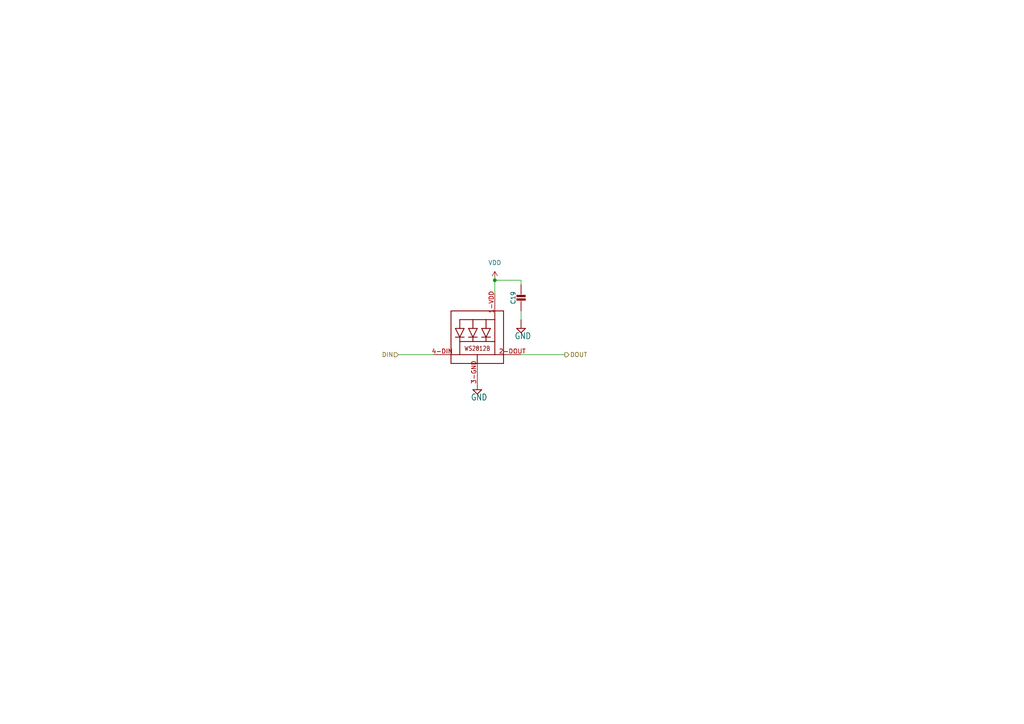
<source format=kicad_sch>
(kicad_sch (version 20231120) (generator "eeschema") (generator_version "8.0")
  (paper "A4")
  (lib_symbols
    (symbol "Adafruit_NeoMatrix_8x8 v2-eagle-import:CAP_CERAMIC0805-NOOUTLINE"
      (property "Reference" "C" (at -2.29 1.25 90))
      (symbol "CAP_CERAMIC0805-NOOUTLINE_1_0"
        (rectangle (start -1.27 0.508) (end 1.27 1.016) (fill (type outline)))
        (rectangle (start -1.27 1.524) (end 1.27 2.032) (fill (type outline)))
        (polyline (pts (xy 0 0.762) (xy 0 0)) (stroke (width 0.1524)))
        (polyline (pts (xy 0 2.54) (xy 0 1.778)) (stroke (width 0.1524)))
        (pin passive line (at 0 5.08 270) (length 2.54) (name "1") (number "1"))
        (pin passive line (at 0 -2.54 90) (length 2.54) (name "2") (number "2"))
      )
    )
    (symbol "Adafruit_NeoMatrix_8x8 v2-eagle-import:GND" (power)
      (symbol "GND_1_0"
        (polyline (pts (xy -1.27 0) (xy 1.27 0)) (stroke (width 0.254)))
        (polyline (pts (xy 0 -1.27) (xy -1.27 0)) (stroke (width 0.254)))
        (polyline (pts (xy 1.27 0) (xy 0 -1.27)) (stroke (width 0.254)))
        (pin power_in line (at 0 2.54 270) (length 2.54) (name "GND") (number "1"))
      )
    )
    (symbol "Adafruit_NeoMatrix_8x8 v2-eagle-import:WS2812B5050"
      (symbol "WS2812B5050_1_0"
        (polyline (pts (xy -7.62 -5.08) (xy 0 -5.08)) (stroke (width 0.254)))
        (polyline (pts (xy -7.62 -2.54) (xy -7.62 -5.08)) (stroke (width 0.254)))
        (polyline (pts (xy -7.62 10.16) (xy -7.62 -2.54)) (stroke (width 0.254)))
        (polyline (pts (xy -6.35 2.54) (xy -5.08 2.54)) (stroke (width 0.254)))
        (polyline (pts (xy -6.35 5.08) (xy -5.08 5.08)) (stroke (width 0.254)))
        (polyline (pts (xy -5.08 -2.54) (xy -7.62 -2.54)) (stroke (width 0.254)))
        (polyline (pts (xy -5.08 -2.54) (xy 0 -2.54)) (stroke (width 0.254)))
        (polyline (pts (xy -5.08 1.27) (xy -5.08 -2.54)) (stroke (width 0.254)))
        (polyline (pts (xy -5.08 2.54) (xy -6.35 5.08)) (stroke (width 0.254)))
        (polyline (pts (xy -5.08 2.54) (xy -5.08 1.27)) (stroke (width 0.254)))
        (polyline (pts (xy -5.08 2.54) (xy -3.81 5.08)) (stroke (width 0.254)))
        (polyline (pts (xy -5.08 5.08) (xy -3.81 5.08)) (stroke (width 0.254)))
        (polyline (pts (xy -5.08 7.62) (xy -5.08 5.08)) (stroke (width 0.254)))
        (polyline (pts (xy -3.81 2.54) (xy -5.08 2.54)) (stroke (width 0.254)))
        (polyline (pts (xy -2.54 2.54) (xy -1.27 2.54)) (stroke (width 0.254)))
        (polyline (pts (xy -2.54 5.08) (xy 0 5.08)) (stroke (width 0.254)))
        (polyline (pts (xy -1.27 1.27) (xy -5.08 1.27)) (stroke (width 0.254)))
        (polyline (pts (xy -1.27 2.54) (xy -2.54 5.08)) (stroke (width 0.254)))
        (polyline (pts (xy -1.27 2.54) (xy -1.27 1.27)) (stroke (width 0.254)))
        (polyline (pts (xy -1.27 2.54) (xy 0 2.54)) (stroke (width 0.254)))
        (polyline (pts (xy -1.27 5.08) (xy -1.27 7.62)) (stroke (width 0.254)))
        (polyline (pts (xy -1.27 7.62) (xy -5.08 7.62)) (stroke (width 0.254)))
        (polyline (pts (xy 0 -5.08) (xy 7.62 -5.08)) (stroke (width 0.254)))
        (polyline (pts (xy 0 -2.54) (xy 0 -5.08)) (stroke (width 0.254)))
        (polyline (pts (xy 0 -2.54) (xy 5.08 -2.54)) (stroke (width 0.254)))
        (polyline (pts (xy 0 5.08) (xy -1.27 2.54)) (stroke (width 0.254)))
        (polyline (pts (xy 1.27 5.08) (xy 2.54 2.54)) (stroke (width 0.254)))
        (polyline (pts (xy 1.27 5.08) (xy 2.54 5.08)) (stroke (width 0.254)))
        (polyline (pts (xy 2.54 1.27) (xy -1.27 1.27)) (stroke (width 0.254)))
        (polyline (pts (xy 2.54 2.54) (xy 1.27 2.54)) (stroke (width 0.254)))
        (polyline (pts (xy 2.54 2.54) (xy 2.54 1.27)) (stroke (width 0.254)))
        (polyline (pts (xy 2.54 2.54) (xy 3.81 2.54)) (stroke (width 0.254)))
        (polyline (pts (xy 2.54 2.54) (xy 3.81 5.08)) (stroke (width 0.254)))
        (polyline (pts (xy 2.54 5.08) (xy 2.54 7.62)) (stroke (width 0.254)))
        (polyline (pts (xy 2.54 7.62) (xy -1.27 7.62)) (stroke (width 0.254)))
        (polyline (pts (xy 2.54 7.62) (xy 5.08 7.62)) (stroke (width 0.254)))
        (polyline (pts (xy 3.81 5.08) (xy 2.54 5.08)) (stroke (width 0.254)))
        (polyline (pts (xy 5.08 -2.54) (xy 5.08 1.27)) (stroke (width 0.254)))
        (polyline (pts (xy 5.08 -2.54) (xy 7.62 -2.54)) (stroke (width 0.254)))
        (polyline (pts (xy 5.08 1.27) (xy 2.54 1.27)) (stroke (width 0.254)))
        (polyline (pts (xy 5.08 7.62) (xy 5.08 1.27)) (stroke (width 0.254)))
        (polyline (pts (xy 5.08 10.16) (xy -7.62 10.16)) (stroke (width 0.254)))
        (polyline (pts (xy 5.08 10.16) (xy 5.08 7.62)) (stroke (width 0.254)))
        (polyline (pts (xy 7.62 -5.08) (xy 7.62 -2.54)) (stroke (width 0.254)))
        (polyline (pts (xy 7.62 -2.54) (xy 7.62 10.16)) (stroke (width 0.254)))
        (polyline (pts (xy 7.62 10.16) (xy 5.08 10.16)) (stroke (width 0.254)))
        (text "WS2812B" (at 3.81 0 0) (effects (font (size 1.27 1.0795)) (justify right top)))
        (pin power_in line (at 5.08 15.24 270) (length 5.08) (name "VDD") (number "1-VDD"))
        (pin output line (at 12.7 -2.54 180) (length 5.08) (name "DO") (number "2-DOUT"))
        (pin power_in line (at 0 -10.16 90) (length 5.08) (name "GND") (number "3-GND"))
        (pin input line (at -12.7 -2.54 0) (length 5.08) (name "DI") (number "4-DIN"))
      )
    )
    (symbol "power:VDD" (power) (pin_numbers hide) (pin_names (offset 0) hide)
      (property "Value" "VDD" (at 0 3.556 0))
      (symbol "VDD_0_1"
        (polyline (pts (xy -0.762 1.27) (xy 0 2.54)))
        (polyline (pts (xy 0 0) (xy 0 2.54)))
        (polyline (pts (xy 0 2.54) (xy 0.762 1.27)))
      )
      (symbol "VDD_1_1"
        (pin power_in line (at 0 0 90) (length 0) (name "~") (number "1"))
      )
    )
  )
  (junction (at 143.51 81.28))
  (wire (pts (xy 151.13 82.55) (xy 151.13 81.28)))
  (wire (pts (xy 143.51 85.09) (xy 143.51 81.28)))
  (wire (pts (xy 151.13 102.87) (xy 163.83 102.87)) (stroke (width 0.1524)))
  (wire (pts (xy 151.13 81.28) (xy 143.51 81.28)))
  (wire (pts (xy 115.57 102.87) (xy 125.73 102.87)))
  (wire (pts (xy 151.13 90.17) (xy 151.13 92.71)))
  (hierarchical_label "DOUT" (shape output) (at 163.83 102.87 0))
  (hierarchical_label "DIN" (shape input) (at 115.57 102.87 180))
  (symbol (lib_id "Adafruit_NeoMatrix_8x8 v2-eagle-import:GND") (at 151.13 95.25 0) (unit 1)
    (property "Reference" "#SUPPLY038" (effects (hide yes)))
    (property "Value" "GND" (at 149.225 98.425 0) (effects (font (size 1.778 1.5113)) (justify left bottom)))
    (instances (project "NeoMatrix_8x8 v2" (path "" (reference "#SUPPLY038") (unit 1)) (path "" (reference "#SUPPLY040") (unit 1)) (path "" (reference "#SUPPLY090") (unit 1)) (path "" (reference "#SUPPLY072") (unit 1)) (path "" (reference "#SUPPLY092") (unit 1)) (path "" (reference "#SUPPLY031") (unit 1)) (path "" (reference "#SUPPLY0126") (unit 1)) (path "" (reference "#SUPPLY094") (unit 1)) (path "" (reference "#SUPPLY025") (unit 1)) (path "" (reference "#SUPPLY086") (unit 1)) (path "" (reference "#SUPPLY056") (unit 1)) (path "" (reference "#SUPPLY0114") (unit 1)) (path "" (reference "#SUPPLY027") (unit 1)) (path "" (reference "#SUPPLY0130") (unit 1)) (path "" (reference "#SUPPLY012") (unit 1)) (path "" (reference "#SUPPLY023") (unit 1)) (path "" (reference "#SUPPLY098") (unit 1)) (path "" (reference "#SUPPLY0108") (unit 1)) (path "" (reference "#SUPPLY084") (unit 1)) (path "" (reference "#SUPPLY04") (unit 1)) (path "" (reference "#SUPPLY0104") (unit 1)) (path "" (reference "#SUPPLY060") (unit 1)) (path "" (reference "#SUPPLY070") (unit 1)) (path "" (reference "#SUPPLY019") (unit 1)) (path "" (reference "#SUPPLY0124") (unit 1)) (path "" (reference "#SUPPLY082") (unit 1)) (path "" (reference "#SUPPLY0120") (unit 1)) (path "" (reference "#SUPPLY032") (unit 1)) (path "" (reference "#SUPPLY096") (unit 1)) (path "" (reference "#SUPPLY066") (unit 1)) (path "" (reference "#SUPPLY036") (unit 1)) (path "" (reference "#SUPPLY014") (unit 1)) (path "" (reference "#SUPPLY052") (unit 1)) (path "" (reference "#SUPPLY062") (unit 1)) (path "" (reference "#SUPPLY021") (unit 1)) (path "" (reference "#SUPPLY06") (unit 1)) (path "" (reference "#SUPPLY0116") (unit 1)) (path "" (reference "#SUPPLY080") (unit 1)) (path "" (reference "#SUPPLY068") (unit 1)) (path "" (reference "#SUPPLY088") (unit 1)) (path "" (reference "#SUPPLY074") (unit 1)) (path "" (reference "#SUPPLY0102") (unit 1)) (path "" (reference "#SUPPLY010") (unit 1)) (path "" (reference "#SUPPLY029") (unit 1)) (path "" (reference "#SUPPLY034") (unit 1)) (path "" (reference "#SUPPLY0112") (unit 1)) (path "" (reference "#SUPPLY08") (unit 1)) (path "" (reference "#SUPPLY0106") (unit 1)) (path "" (reference "#SUPPLY054") (unit 1)) (path "" (reference "#SUPPLY046") (unit 1)) (path "" (reference "#SUPPLY017") (unit 1)) (path "" (reference "#SUPPLY058") (unit 1)) (path "" (reference "#SUPPLY078") (unit 1)) (path "" (reference "#SUPPLY064") (unit 1)) (path "" (reference "#SUPPLY076") (unit 1)) (path "" (reference "#SUPPLY0110") (unit 1)) (path "" (reference "#SUPPLY048") (unit 1)) (path "" (reference "#SUPPLY02") (unit 1)) (path "" (reference "#SUPPLY0100") (unit 1)) (path "" (reference "#SUPPLY044") (unit 1)) (path "" (reference "#SUPPLY0122") (unit 1)) (path "" (reference "#SUPPLY042") (unit 1)) (path "" (reference "#SUPPLY050") (unit 1)) (path "" (reference "#SUPPLY0118") (unit 1))))
  )
  (symbol (lib_id "Adafruit_NeoMatrix_8x8 v2-eagle-import:WS2812B5050") (at 138.43 100.33 0) (unit 1)
    (property "Reference" "LED19" (effects (hide yes)))
    (property "Value" "WS2812B5050" (effects (hide yes)))
    (property "Footprint" "Adafruit_NeoMatrix_8x8 v2:WS2812B" (effects (hide yes)))
    (instances (project "NeoMatrix_8x8 v2" (path "" (reference "LED19") (unit 1)) (path "" (reference "LED20") (unit 1)) (path "" (reference "LED45") (unit 1)) (path "" (reference "LED36") (unit 1)) (path "" (reference "LED46") (unit 1)) (path "" (reference "LED1") (unit 1)) (path "" (reference "LED63") (unit 1)) (path "" (reference "LED47") (unit 1)) (path "" (reference "LED13") (unit 1)) (path "" (reference "LED43") (unit 1)) (path "" (reference "LED28") (unit 1)) (path "" (reference "LED57") (unit 1)) (path "" (reference "LED14") (unit 1)) (path "" (reference "LED64") (unit 1)) (path "" (reference "LED7") (unit 1)) (path "" (reference "LED12") (unit 1)) (path "" (reference "LED49") (unit 1)) (path "" (reference "LED54") (unit 1)) (path "" (reference "LED42") (unit 1)) (path "" (reference "LED3") (unit 1)) (path "" (reference "LED52") (unit 1)) (path "" (reference "LED30") (unit 1)) (path "" (reference "LED35") (unit 1)) (path "" (reference "LED10") (unit 1)) (path "" (reference "LED62") (unit 1)) (path "" (reference "LED41") (unit 1)) (path "" (reference "LED60") (unit 1)) (path "" (reference "LED16") (unit 1)) (path "" (reference "LED48") (unit 1)) (path "" (reference "LED33") (unit 1)) (path "" (reference "LED18") (unit 1)) (path "" (reference "LED8") (unit 1)) (path "" (reference "LED26") (unit 1)) (path "" (reference "LED31") (unit 1)) (path "" (reference "LED11") (unit 1)) (path "" (reference "LED4") (unit 1)) (path "" (reference "LED58") (unit 1)) (path "" (reference "LED40") (unit 1)) (path "" (reference "LED34") (unit 1)) (path "" (reference "LED44") (unit 1)) (path "" (reference "LED37") (unit 1)) (path "" (reference "LED51") (unit 1)) (path "" (reference "LED6") (unit 1)) (path "" (reference "LED15") (unit 1)) (path "" (reference "LED17") (unit 1)) (path "" (reference "LED56") (unit 1)) (path "" (reference "LED5") (unit 1)) (path "" (reference "LED53") (unit 1)) (path "" (reference "LED27") (unit 1)) (path "" (reference "LED23") (unit 1)) (path "" (reference "LED9") (unit 1)) (path "" (reference "LED29") (unit 1)) (path "" (reference "LED39") (unit 1)) (path "" (reference "LED32") (unit 1)) (path "" (reference "LED38") (unit 1)) (path "" (reference "LED55") (unit 1)) (path "" (reference "LED24") (unit 1)) (path "" (reference "LED2") (unit 1)) (path "" (reference "LED50") (unit 1)) (path "" (reference "LED22") (unit 1)) (path "" (reference "LED61") (unit 1)) (path "" (reference "LED21") (unit 1)) (path "" (reference "LED25") (unit 1)) (path "" (reference "LED59") (unit 1))))
  )
  (symbol (lib_id "Adafruit_NeoMatrix_8x8 v2-eagle-import:GND") (at 138.43 113.03 0) (unit 1)
    (property "Reference" "#SUPPLY037" (effects (hide yes)))
    (property "Value" "GND" (at 136.525 116.205 0) (effects (font (size 1.778 1.5113)) (justify left bottom)))
    (instances (project "NeoMatrix_8x8 v2" (path "" (reference "#SUPPLY037") (unit 1)) (path "" (reference "#SUPPLY039") (unit 1)) (path "" (reference "#SUPPLY089") (unit 1)) (path "" (reference "#SUPPLY071") (unit 1)) (path "" (reference "#SUPPLY091") (unit 1)) (path "" (reference "#SUPPLY015") (unit 1)) (path "" (reference "#SUPPLY0125") (unit 1)) (path "" (reference "#SUPPLY093") (unit 1)) (path "" (reference "#SUPPLY024") (unit 1)) (path "" (reference "#SUPPLY085") (unit 1)) (path "" (reference "#SUPPLY055") (unit 1)) (path "" (reference "#SUPPLY0113") (unit 1)) (path "" (reference "#SUPPLY026") (unit 1)) (path "" (reference "#SUPPLY0128") (unit 1)) (path "" (reference "#SUPPLY011") (unit 1)) (path "" (reference "#SUPPLY022") (unit 1)) (path "" (reference "#SUPPLY097") (unit 1)) (path "" (reference "#SUPPLY0107") (unit 1)) (path "" (reference "#SUPPLY083") (unit 1)) (path "" (reference "#SUPPLY03") (unit 1)) (path "" (reference "#SUPPLY0103") (unit 1)) (path "" (reference "#SUPPLY059") (unit 1)) (path "" (reference "#SUPPLY069") (unit 1)) (path "" (reference "#SUPPLY018") (unit 1)) (path "" (reference "#SUPPLY0123") (unit 1)) (path "" (reference "#SUPPLY081") (unit 1)) (path "" (reference "#SUPPLY0119") (unit 1)) (path "" (reference "#SUPPLY030") (unit 1)) (path "" (reference "#SUPPLY095") (unit 1)) (path "" (reference "#SUPPLY065") (unit 1)) (path "" (reference "#SUPPLY035") (unit 1)) (path "" (reference "#SUPPLY013") (unit 1)) (path "" (reference "#SUPPLY051") (unit 1)) (path "" (reference "#SUPPLY061") (unit 1)) (path "" (reference "#SUPPLY020") (unit 1)) (path "" (reference "#SUPPLY05") (unit 1)) (path "" (reference "#SUPPLY0115") (unit 1)) (path "" (reference "#SUPPLY079") (unit 1)) (path "" (reference "#SUPPLY067") (unit 1)) (path "" (reference "#SUPPLY087") (unit 1)) (path "" (reference "#SUPPLY073") (unit 1)) (path "" (reference "#SUPPLY0101") (unit 1)) (path "" (reference "#SUPPLY09") (unit 1)) (path "" (reference "#SUPPLY028") (unit 1)) (path "" (reference "#SUPPLY033") (unit 1)) (path "" (reference "#SUPPLY0111") (unit 1)) (path "" (reference "#SUPPLY07") (unit 1)) (path "" (reference "#SUPPLY0105") (unit 1)) (path "" (reference "#SUPPLY053") (unit 1)) (path "" (reference "#SUPPLY045") (unit 1)) (path "" (reference "#SUPPLY016") (unit 1)) (path "" (reference "#SUPPLY057") (unit 1)) (path "" (reference "#SUPPLY077") (unit 1)) (path "" (reference "#SUPPLY063") (unit 1)) (path "" (reference "#SUPPLY075") (unit 1)) (path "" (reference "#SUPPLY0109") (unit 1)) (path "" (reference "#SUPPLY047") (unit 1)) (path "" (reference "#SUPPLY01") (unit 1)) (path "" (reference "#SUPPLY099") (unit 1)) (path "" (reference "#SUPPLY043") (unit 1)) (path "" (reference "#SUPPLY0121") (unit 1)) (path "" (reference "#SUPPLY041") (unit 1)) (path "" (reference "#SUPPLY049") (unit 1)) (path "" (reference "#SUPPLY0117") (unit 1))))
  )
  (symbol (lib_id "Adafruit_NeoMatrix_8x8 v2-eagle-import:CAP_CERAMIC0805-NOOUTLINE") (at 151.13 87.63 0) (unit 1)
    (property "Reference" "C19" (at 148.84 86.38 90))
    (property "Value" "CAP_CERAMIC0805-NOOUTLINE" (effects (hide yes)))
    (property "Footprint" "Adafruit_NeoMatrix_8x8 v2:0805-NO" (effects (hide yes)))
    (instances (project "NeoMatrix_8x8 v2" (path "" (reference "C19") (unit 1)) (path "" (reference "C20") (unit 1)) (path "" (reference "C45") (unit 1)) (path "" (reference "C36") (unit 1)) (path "" (reference "C46") (unit 1)) (path "" (reference "C1") (unit 1)) (path "" (reference "C63") (unit 1)) (path "" (reference "C47") (unit 1)) (path "" (reference "C13") (unit 1)) (path "" (reference "C43") (unit 1)) (path "" (reference "C28") (unit 1)) (path "" (reference "C57") (unit 1)) (path "" (reference "C14") (unit 1)) (path "" (reference "C64") (unit 1)) (path "" (reference "C7") (unit 1)) (path "" (reference "C12") (unit 1)) (path "" (reference "C49") (unit 1)) (path "" (reference "C54") (unit 1)) (path "" (reference "C42") (unit 1)) (path "" (reference "C3") (unit 1)) (path "" (reference "C52") (unit 1)) (path "" (reference "C30") (unit 1)) (path "" (reference "C35") (unit 1)) (path "" (reference "C10") (unit 1)) (path "" (reference "C62") (unit 1)) (path "" (reference "C41") (unit 1)) (path "" (reference "C60") (unit 1)) (path "" (reference "C16") (unit 1)) (path "" (reference "C48") (unit 1)) (path "" (reference "C33") (unit 1)) (path "" (reference "C18") (unit 1)) (path "" (reference "C8") (unit 1)) (path "" (reference "C26") (unit 1)) (path "" (reference "C31") (unit 1)) (path "" (reference "C11") (unit 1)) (path "" (reference "C4") (unit 1)) (path "" (reference "C58") (unit 1)) (path "" (reference "C40") (unit 1)) (path "" (reference "C34") (unit 1)) (path "" (reference "C44") (unit 1)) (path "" (reference "C37") (unit 1)) (path "" (reference "C51") (unit 1)) (path "" (reference "C6") (unit 1)) (path "" (reference "C15") (unit 1)) (path "" (reference "C17") (unit 1)) (path "" (reference "C56") (unit 1)) (path "" (reference "C5") (unit 1)) (path "" (reference "C53") (unit 1)) (path "" (reference "C27") (unit 1)) (path "" (reference "C23") (unit 1)) (path "" (reference "C9") (unit 1)) (path "" (reference "C29") (unit 1)) (path "" (reference "C39") (unit 1)) (path "" (reference "C32") (unit 1)) (path "" (reference "C38") (unit 1)) (path "" (reference "C55") (unit 1)) (path "" (reference "C24") (unit 1)) (path "" (reference "C2") (unit 1)) (path "" (reference "C50") (unit 1)) (path "" (reference "C22") (unit 1)) (path "" (reference "C61") (unit 1)) (path "" (reference "C21") (unit 1)) (path "" (reference "C25") (unit 1)) (path "" (reference "C59") (unit 1))))
  )
  (symbol (lib_id "power:VDD") (at 143.51 81.28 0) (unit 1)
    (property "Reference" "#PWR020" (effects (hide yes)))
    (property "Value" "VDD" (at 143.51 76.2 0))
    (property "Description" "Power symbol creates a global label with name \"VDD\"" (effects (hide yes)))
    (instances (project "NeoMatrix_8x8 v2" (path "" (reference "#PWR020") (unit 1)) (path "" (reference "#PWR021") (unit 1)) (path "" (reference "#PWR046") (unit 1)) (path "" (reference "#PWR037") (unit 1)) (path "" (reference "#PWR047") (unit 1)) (path "" (reference "#PWR?") (unit 1)) (path "" (reference "#PWR064") (unit 1)) (path "" (reference "#PWR048") (unit 1)) (path "" (reference "#PWR014") (unit 1)) (path "" (reference "#PWR044") (unit 1)) (path "" (reference "#PWR029") (unit 1)) (path "" (reference "#PWR058") (unit 1)) (path "" (reference "#PWR015") (unit 1)) (path "" (reference "#PWR065") (unit 1)) (path "" (reference "#PWR09") (unit 1)) (path "" (reference "#PWR013") (unit 1)) (path "" (reference "#PWR050") (unit 1)) (path "" (reference "#PWR055") (unit 1)) (path "" (reference "#PWR043") (unit 1)) (path "" (reference "#PWR05") (unit 1)) (path "" (reference "#PWR053") (unit 1)) (path "" (reference "#PWR031") (unit 1)) (path "" (reference "#PWR036") (unit 1)) (path "" (reference "#PWR011") (unit 1)) (path "" (reference "#PWR063") (unit 1)) (path "" (reference "#PWR042") (unit 1)) (path "" (reference "#PWR061") (unit 1)) (path "" (reference "#PWR017") (unit 1)) (path "" (reference "#PWR049") (unit 1)) (path "" (reference "#PWR034") (unit 1)) (path "" (reference "#PWR019") (unit 1)) (path "" (reference "#PWR010") (unit 1)) (path "" (reference "#PWR027") (unit 1)) (path "" (reference "#PWR032") (unit 1)) (path "" (reference "#PWR012") (unit 1)) (path "" (reference "#PWR06") (unit 1)) (path "" (reference "#PWR059") (unit 1)) (path "" (reference "#PWR041") (unit 1)) (path "" (reference "#PWR035") (unit 1)) (path "" (reference "#PWR045") (unit 1)) (path "" (reference "#PWR038") (unit 1)) (path "" (reference "#PWR052") (unit 1)) (path "" (reference "#PWR08") (unit 1)) (path "" (reference "#PWR016") (unit 1)) (path "" (reference "#PWR018") (unit 1)) (path "" (reference "#PWR057") (unit 1)) (path "" (reference "#PWR07") (unit 1)) (path "" (reference "#PWR054") (unit 1)) (path "" (reference "#PWR028") (unit 1)) (path "" (reference "#PWR024") (unit 1)) (path "" (reference "#PWR01") (unit 1)) (path "" (reference "#PWR030") (unit 1)) (path "" (reference "#PWR040") (unit 1)) (path "" (reference "#PWR033") (unit 1)) (path "" (reference "#PWR039") (unit 1)) (path "" (reference "#PWR056") (unit 1)) (path "" (reference "#PWR025") (unit 1)) (path "" (reference "#PWR04") (unit 1)) (path "" (reference "#PWR051") (unit 1)) (path "" (reference "#PWR023") (unit 1)) (path "" (reference "#PWR062") (unit 1)) (path "" (reference "#PWR022") (unit 1)) (path "" (reference "#PWR026") (unit 1)) (path "" (reference "#PWR060") (unit 1))))
  )
)
</source>
